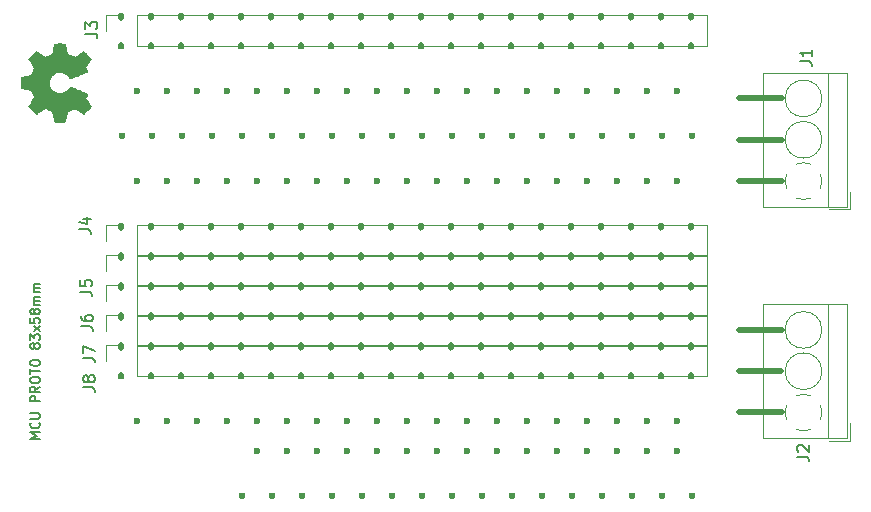
<source format=gbr>
G04 #@! TF.GenerationSoftware,KiCad,Pcbnew,5.1.5+dfsg1-2build2*
G04 #@! TF.CreationDate,2022-02-14T22:52:47-05:00*
G04 #@! TF.ProjectId,MCU_PROTO_83x58mm,4d43555f-5052-44f5-944f-5f3833783538,rev?*
G04 #@! TF.SameCoordinates,Original*
G04 #@! TF.FileFunction,Legend,Top*
G04 #@! TF.FilePolarity,Positive*
%FSLAX46Y46*%
G04 Gerber Fmt 4.6, Leading zero omitted, Abs format (unit mm)*
G04 Created by KiCad (PCBNEW 5.1.5+dfsg1-2build2) date 2022-02-14 22:52:47*
%MOMM*%
%LPD*%
G04 APERTURE LIST*
%ADD10C,0.500000*%
%ADD11C,0.150000*%
%ADD12C,0.120000*%
%ADD13C,0.010000*%
%ADD14C,3.102000*%
%ADD15C,2.102000*%
%ADD16O,1.802000X1.802000*%
%ADD17R,1.802000X1.802000*%
%ADD18C,2.100980*%
%ADD19C,2.502000*%
%ADD20R,2.502000X2.502000*%
G04 APERTURE END LIST*
D10*
X156349700Y-110528100D02*
X156133800Y-110528100D01*
X153809700Y-110528100D02*
X153593800Y-110528100D01*
X151269700Y-110528100D02*
X151053800Y-110528100D01*
X148729700Y-110528100D02*
X148513800Y-110528100D01*
X146189700Y-110528100D02*
X145973800Y-110528100D01*
X143649700Y-110528100D02*
X143433800Y-110528100D01*
X141109700Y-110528100D02*
X140893800Y-110528100D01*
X138569700Y-110528100D02*
X138353800Y-110528100D01*
X136029700Y-110528100D02*
X135813800Y-110528100D01*
X133489700Y-110528100D02*
X133273800Y-110528100D01*
X130949700Y-110528100D02*
X130733800Y-110528100D01*
X128409700Y-110528100D02*
X128193800Y-110528100D01*
X125869700Y-110528100D02*
X125653800Y-110528100D01*
X123329700Y-110528100D02*
X123113800Y-110528100D01*
X120789700Y-110528100D02*
X120573800Y-110528100D01*
X118249700Y-110528100D02*
X118033800Y-110528100D01*
X115709700Y-110528100D02*
X115493800Y-110528100D01*
X113169700Y-110528100D02*
X112953800Y-110528100D01*
X110629700Y-110528100D02*
X110413800Y-110528100D01*
X156349700Y-118148100D02*
X156133800Y-118148100D01*
X153809700Y-118148100D02*
X153593800Y-118148100D01*
X151269700Y-118148100D02*
X151053800Y-118148100D01*
X148729700Y-118148100D02*
X148513800Y-118148100D01*
X146189700Y-118148100D02*
X145973800Y-118148100D01*
X143649700Y-118148100D02*
X143433800Y-118148100D01*
X141109700Y-118148100D02*
X140893800Y-118148100D01*
X138569700Y-118148100D02*
X138353800Y-118148100D01*
X136029700Y-118148100D02*
X135813800Y-118148100D01*
X133489700Y-118148100D02*
X133273800Y-118148100D01*
X130949700Y-118148100D02*
X130733800Y-118148100D01*
X128409700Y-118148100D02*
X128193800Y-118148100D01*
X125869700Y-118148100D02*
X125653800Y-118148100D01*
X123329700Y-118148100D02*
X123113800Y-118148100D01*
X120789700Y-118148100D02*
X120573800Y-118148100D01*
X118249700Y-118148100D02*
X118033800Y-118148100D01*
X115709700Y-118148100D02*
X115493800Y-118148100D01*
X113169700Y-118148100D02*
X112953800Y-118148100D01*
X110629700Y-118148100D02*
X110413800Y-118148100D01*
X156349700Y-138480800D02*
X156133800Y-138480800D01*
X153809700Y-138480800D02*
X153593800Y-138480800D01*
X151269700Y-138480800D02*
X151053800Y-138480800D01*
X148729700Y-138480800D02*
X148513800Y-138480800D01*
X146189700Y-138480800D02*
X145973800Y-138480800D01*
X143649700Y-138480800D02*
X143433800Y-138480800D01*
X141109700Y-138480800D02*
X140893800Y-138480800D01*
X138569700Y-138480800D02*
X138353800Y-138480800D01*
X136029700Y-138480800D02*
X135813800Y-138480800D01*
X133489700Y-138480800D02*
X133273800Y-138480800D01*
X130949700Y-138480800D02*
X130733800Y-138480800D01*
X128409700Y-138480800D02*
X128193800Y-138480800D01*
X125869700Y-138480800D02*
X125653800Y-138480800D01*
X123329700Y-138480800D02*
X123113800Y-138480800D01*
X120789700Y-138480800D02*
X120573800Y-138480800D01*
X118249700Y-138480800D02*
X118033800Y-138480800D01*
X115709700Y-138480800D02*
X115493800Y-138480800D01*
X113169700Y-138480800D02*
X112953800Y-138480800D01*
X110629700Y-138480800D02*
X110413800Y-138480800D01*
X156349700Y-141008100D02*
X156133800Y-141008100D01*
X153809700Y-141008100D02*
X153593800Y-141008100D01*
X151269700Y-141008100D02*
X151053800Y-141008100D01*
X148729700Y-141008100D02*
X148513800Y-141008100D01*
X146189700Y-141008100D02*
X145973800Y-141008100D01*
X143649700Y-141008100D02*
X143433800Y-141008100D01*
X141109700Y-141008100D02*
X140893800Y-141008100D01*
X138569700Y-141008100D02*
X138353800Y-141008100D01*
X136029700Y-141008100D02*
X135813800Y-141008100D01*
X133489700Y-141008100D02*
X133273800Y-141008100D01*
X130949700Y-141008100D02*
X130733800Y-141008100D01*
X128409700Y-141008100D02*
X128193800Y-141008100D01*
X125869700Y-141008100D02*
X125653800Y-141008100D01*
X123329700Y-141008100D02*
X123113800Y-141008100D01*
X120789700Y-141008100D02*
X120573800Y-141008100D01*
X157518100Y-144716500D02*
X157518100Y-144932400D01*
X154978100Y-144716500D02*
X154978100Y-144932400D01*
X152438100Y-144716500D02*
X152438100Y-144932400D01*
X149898100Y-144716500D02*
X149898100Y-144932400D01*
X147358100Y-144716500D02*
X147358100Y-144932400D01*
X144818100Y-144716500D02*
X144818100Y-144932400D01*
X142278100Y-144716500D02*
X142278100Y-144932400D01*
X139738100Y-144716500D02*
X139738100Y-144932400D01*
X137198100Y-144716500D02*
X137198100Y-144932400D01*
X134658100Y-144716500D02*
X134658100Y-144932400D01*
X132118100Y-144716500D02*
X132118100Y-144932400D01*
X129578100Y-144716500D02*
X129578100Y-144932400D01*
X127038100Y-144716500D02*
X127038100Y-144932400D01*
X124498100Y-144716500D02*
X124498100Y-144932400D01*
X121958100Y-144716500D02*
X121958100Y-144932400D01*
X119418100Y-144716500D02*
X119418100Y-144932400D01*
X157505400Y-134620000D02*
X157505400Y-134835900D01*
X154965400Y-134620000D02*
X154965400Y-134835900D01*
X152425400Y-134620000D02*
X152425400Y-134835900D01*
X149885400Y-134620000D02*
X149885400Y-134835900D01*
X147345400Y-134620000D02*
X147345400Y-134835900D01*
X144805400Y-134620000D02*
X144805400Y-134835900D01*
X142265400Y-134620000D02*
X142265400Y-134835900D01*
X139725400Y-134620000D02*
X139725400Y-134835900D01*
X137185400Y-134620000D02*
X137185400Y-134835900D01*
X134645400Y-134620000D02*
X134645400Y-134835900D01*
X132105400Y-134620000D02*
X132105400Y-134835900D01*
X129565400Y-134620000D02*
X129565400Y-134835900D01*
X127025400Y-134620000D02*
X127025400Y-134835900D01*
X124485400Y-134620000D02*
X124485400Y-134835900D01*
X121945400Y-134620000D02*
X121945400Y-134835900D01*
X119405400Y-134620000D02*
X119405400Y-134835900D01*
X116865400Y-134620000D02*
X116865400Y-134835900D01*
X114325400Y-134620000D02*
X114325400Y-134835900D01*
X111785400Y-134620000D02*
X111785400Y-134835900D01*
X109245400Y-134620000D02*
X109245400Y-134835900D01*
X157505400Y-132080000D02*
X157505400Y-132295900D01*
X154965400Y-132080000D02*
X154965400Y-132295900D01*
X152425400Y-132080000D02*
X152425400Y-132295900D01*
X149885400Y-132080000D02*
X149885400Y-132295900D01*
X147345400Y-132080000D02*
X147345400Y-132295900D01*
X144805400Y-132080000D02*
X144805400Y-132295900D01*
X142265400Y-132080000D02*
X142265400Y-132295900D01*
X139725400Y-132080000D02*
X139725400Y-132295900D01*
X137185400Y-132080000D02*
X137185400Y-132295900D01*
X134645400Y-132080000D02*
X134645400Y-132295900D01*
X132105400Y-132080000D02*
X132105400Y-132295900D01*
X129565400Y-132080000D02*
X129565400Y-132295900D01*
X127025400Y-132080000D02*
X127025400Y-132295900D01*
X124485400Y-132080000D02*
X124485400Y-132295900D01*
X121945400Y-132080000D02*
X121945400Y-132295900D01*
X119405400Y-132080000D02*
X119405400Y-132295900D01*
X116865400Y-132080000D02*
X116865400Y-132295900D01*
X114325400Y-132080000D02*
X114325400Y-132295900D01*
X111785400Y-132080000D02*
X111785400Y-132295900D01*
X109245400Y-132080000D02*
X109245400Y-132295900D01*
X157505400Y-129540000D02*
X157505400Y-129755900D01*
X154965400Y-129540000D02*
X154965400Y-129755900D01*
X152425400Y-129540000D02*
X152425400Y-129755900D01*
X149885400Y-129540000D02*
X149885400Y-129755900D01*
X147345400Y-129540000D02*
X147345400Y-129755900D01*
X144805400Y-129540000D02*
X144805400Y-129755900D01*
X142265400Y-129540000D02*
X142265400Y-129755900D01*
X139725400Y-129540000D02*
X139725400Y-129755900D01*
X137185400Y-129540000D02*
X137185400Y-129755900D01*
X134645400Y-129540000D02*
X134645400Y-129755900D01*
X132105400Y-129540000D02*
X132105400Y-129755900D01*
X129565400Y-129540000D02*
X129565400Y-129755900D01*
X127025400Y-129540000D02*
X127025400Y-129755900D01*
X124485400Y-129540000D02*
X124485400Y-129755900D01*
X121945400Y-129540000D02*
X121945400Y-129755900D01*
X119405400Y-129540000D02*
X119405400Y-129755900D01*
X116865400Y-129540000D02*
X116865400Y-129755900D01*
X114325400Y-129540000D02*
X114325400Y-129755900D01*
X111785400Y-129540000D02*
X111785400Y-129755900D01*
X109245400Y-129540000D02*
X109245400Y-129755900D01*
X157505400Y-127000000D02*
X157505400Y-127215900D01*
X154965400Y-127000000D02*
X154965400Y-127215900D01*
X152425400Y-127000000D02*
X152425400Y-127215900D01*
X149885400Y-127000000D02*
X149885400Y-127215900D01*
X147345400Y-127000000D02*
X147345400Y-127215900D01*
X144805400Y-127000000D02*
X144805400Y-127215900D01*
X142265400Y-127000000D02*
X142265400Y-127215900D01*
X139725400Y-127000000D02*
X139725400Y-127215900D01*
X137185400Y-127000000D02*
X137185400Y-127215900D01*
X134645400Y-127000000D02*
X134645400Y-127215900D01*
X132105400Y-127000000D02*
X132105400Y-127215900D01*
X129565400Y-127000000D02*
X129565400Y-127215900D01*
X127025400Y-127000000D02*
X127025400Y-127215900D01*
X124485400Y-127000000D02*
X124485400Y-127215900D01*
X121945400Y-127000000D02*
X121945400Y-127215900D01*
X119405400Y-127000000D02*
X119405400Y-127215900D01*
X116865400Y-127000000D02*
X116865400Y-127215900D01*
X114325400Y-127000000D02*
X114325400Y-127215900D01*
X111785400Y-127000000D02*
X111785400Y-127215900D01*
X109245400Y-127000000D02*
X109245400Y-127215900D01*
X157505400Y-124460000D02*
X157505400Y-124675900D01*
X154965400Y-124460000D02*
X154965400Y-124675900D01*
X152425400Y-124460000D02*
X152425400Y-124675900D01*
X149885400Y-124460000D02*
X149885400Y-124675900D01*
X147345400Y-124460000D02*
X147345400Y-124675900D01*
X144805400Y-124460000D02*
X144805400Y-124675900D01*
X142265400Y-124460000D02*
X142265400Y-124675900D01*
X139725400Y-124460000D02*
X139725400Y-124675900D01*
X137185400Y-124460000D02*
X137185400Y-124675900D01*
X134645400Y-124460000D02*
X134645400Y-124675900D01*
X132105400Y-124460000D02*
X132105400Y-124675900D01*
X129565400Y-124460000D02*
X129565400Y-124675900D01*
X127025400Y-124460000D02*
X127025400Y-124675900D01*
X124485400Y-124460000D02*
X124485400Y-124675900D01*
X121945400Y-124460000D02*
X121945400Y-124675900D01*
X119405400Y-124460000D02*
X119405400Y-124675900D01*
X116865400Y-124460000D02*
X116865400Y-124675900D01*
X114325400Y-124460000D02*
X114325400Y-124675900D01*
X111785400Y-124460000D02*
X111785400Y-124675900D01*
X109245400Y-124460000D02*
X109245400Y-124675900D01*
X157505400Y-121920000D02*
X157505400Y-122135900D01*
X154965400Y-121920000D02*
X154965400Y-122135900D01*
X152425400Y-121920000D02*
X152425400Y-122135900D01*
X149885400Y-121920000D02*
X149885400Y-122135900D01*
X147345400Y-121920000D02*
X147345400Y-122135900D01*
X144805400Y-121920000D02*
X144805400Y-122135900D01*
X142265400Y-121920000D02*
X142265400Y-122135900D01*
X139725400Y-121920000D02*
X139725400Y-122135900D01*
X137185400Y-121920000D02*
X137185400Y-122135900D01*
X134645400Y-121920000D02*
X134645400Y-122135900D01*
X132105400Y-121920000D02*
X132105400Y-122135900D01*
X129565400Y-121920000D02*
X129565400Y-122135900D01*
X127025400Y-121920000D02*
X127025400Y-122135900D01*
X124485400Y-121920000D02*
X124485400Y-122135900D01*
X121945400Y-121920000D02*
X121945400Y-122135900D01*
X119405400Y-121920000D02*
X119405400Y-122135900D01*
X116865400Y-121920000D02*
X116865400Y-122135900D01*
X114325400Y-121920000D02*
X114325400Y-122135900D01*
X111785400Y-121920000D02*
X111785400Y-122135900D01*
X109245400Y-121920000D02*
X109245400Y-122135900D01*
X157518100Y-114236500D02*
X157518100Y-114452400D01*
X154978100Y-114236500D02*
X154978100Y-114452400D01*
X152438100Y-114236500D02*
X152438100Y-114452400D01*
X149898100Y-114236500D02*
X149898100Y-114452400D01*
X147358100Y-114236500D02*
X147358100Y-114452400D01*
X144818100Y-114236500D02*
X144818100Y-114452400D01*
X142278100Y-114236500D02*
X142278100Y-114452400D01*
X139738100Y-114236500D02*
X139738100Y-114452400D01*
X137198100Y-114236500D02*
X137198100Y-114452400D01*
X134658100Y-114236500D02*
X134658100Y-114452400D01*
X132118100Y-114236500D02*
X132118100Y-114452400D01*
X129578100Y-114236500D02*
X129578100Y-114452400D01*
X127038100Y-114236500D02*
X127038100Y-114452400D01*
X124498100Y-114236500D02*
X124498100Y-114452400D01*
X121958100Y-114236500D02*
X121958100Y-114452400D01*
X119418100Y-114236500D02*
X119418100Y-114452400D01*
X116878100Y-114236500D02*
X116878100Y-114452400D01*
X114338100Y-114236500D02*
X114338100Y-114452400D01*
X111798100Y-114236500D02*
X111798100Y-114452400D01*
X109258100Y-114236500D02*
X109258100Y-114452400D01*
X157505400Y-106692700D02*
X157505400Y-106908600D01*
X154965400Y-106692700D02*
X154965400Y-106908600D01*
X152425400Y-106692700D02*
X152425400Y-106908600D01*
X149885400Y-106692700D02*
X149885400Y-106908600D01*
X147345400Y-106692700D02*
X147345400Y-106908600D01*
X144805400Y-106692700D02*
X144805400Y-106908600D01*
X142265400Y-106692700D02*
X142265400Y-106908600D01*
X139725400Y-106692700D02*
X139725400Y-106908600D01*
X137185400Y-106692700D02*
X137185400Y-106908600D01*
X134645400Y-106692700D02*
X134645400Y-106908600D01*
X132105400Y-106692700D02*
X132105400Y-106908600D01*
X129565400Y-106692700D02*
X129565400Y-106908600D01*
X127025400Y-106692700D02*
X127025400Y-106908600D01*
X124485400Y-106692700D02*
X124485400Y-106908600D01*
X121945400Y-106692700D02*
X121945400Y-106908600D01*
X119405400Y-106692700D02*
X119405400Y-106908600D01*
X116865400Y-106692700D02*
X116865400Y-106908600D01*
X114325400Y-106692700D02*
X114325400Y-106908600D01*
X111785400Y-106692700D02*
X111785400Y-106908600D01*
X109245400Y-106692700D02*
X109245400Y-106908600D01*
X157505400Y-104152700D02*
X157505400Y-104368600D01*
X154965400Y-104152700D02*
X154965400Y-104368600D01*
X152425400Y-104152700D02*
X152425400Y-104368600D01*
X149885400Y-104152700D02*
X149885400Y-104368600D01*
X147345400Y-104152700D02*
X147345400Y-104368600D01*
X144805400Y-104152700D02*
X144805400Y-104368600D01*
X142265400Y-104152700D02*
X142265400Y-104368600D01*
X139725400Y-104152700D02*
X139725400Y-104368600D01*
X137185400Y-104152700D02*
X137185400Y-104368600D01*
X134645400Y-104152700D02*
X134645400Y-104368600D01*
X132105400Y-104152700D02*
X132105400Y-104368600D01*
X129565400Y-104152700D02*
X129565400Y-104368600D01*
X127025400Y-104152700D02*
X127025400Y-104368600D01*
X124485400Y-104152700D02*
X124485400Y-104368600D01*
X121945400Y-104152700D02*
X121945400Y-104368600D01*
X119405400Y-104152700D02*
X119405400Y-104368600D01*
X116865400Y-104152700D02*
X116865400Y-104368600D01*
X114325400Y-104152700D02*
X114325400Y-104368600D01*
X111785400Y-104152700D02*
X111785400Y-104368600D01*
X109245400Y-104152700D02*
X109245400Y-104368600D01*
D11*
X102341004Y-140016680D02*
X101541004Y-140016680D01*
X102112433Y-139750014D01*
X101541004Y-139483347D01*
X102341004Y-139483347D01*
X102264814Y-138645252D02*
X102302909Y-138683347D01*
X102341004Y-138797633D01*
X102341004Y-138873823D01*
X102302909Y-138988109D01*
X102226719Y-139064300D01*
X102150528Y-139102395D01*
X101998147Y-139140490D01*
X101883861Y-139140490D01*
X101731480Y-139102395D01*
X101655290Y-139064300D01*
X101579100Y-138988109D01*
X101541004Y-138873823D01*
X101541004Y-138797633D01*
X101579100Y-138683347D01*
X101617195Y-138645252D01*
X101541004Y-138302395D02*
X102188623Y-138302395D01*
X102264814Y-138264300D01*
X102302909Y-138226204D01*
X102341004Y-138150014D01*
X102341004Y-137997633D01*
X102302909Y-137921442D01*
X102264814Y-137883347D01*
X102188623Y-137845252D01*
X101541004Y-137845252D01*
X102341004Y-136854776D02*
X101541004Y-136854776D01*
X101541004Y-136550014D01*
X101579100Y-136473823D01*
X101617195Y-136435728D01*
X101693385Y-136397633D01*
X101807671Y-136397633D01*
X101883861Y-136435728D01*
X101921957Y-136473823D01*
X101960052Y-136550014D01*
X101960052Y-136854776D01*
X102341004Y-135597633D02*
X101960052Y-135864300D01*
X102341004Y-136054776D02*
X101541004Y-136054776D01*
X101541004Y-135750014D01*
X101579100Y-135673823D01*
X101617195Y-135635728D01*
X101693385Y-135597633D01*
X101807671Y-135597633D01*
X101883861Y-135635728D01*
X101921957Y-135673823D01*
X101960052Y-135750014D01*
X101960052Y-136054776D01*
X101541004Y-135102395D02*
X101541004Y-134950014D01*
X101579100Y-134873823D01*
X101655290Y-134797633D01*
X101807671Y-134759538D01*
X102074338Y-134759538D01*
X102226719Y-134797633D01*
X102302909Y-134873823D01*
X102341004Y-134950014D01*
X102341004Y-135102395D01*
X102302909Y-135178585D01*
X102226719Y-135254776D01*
X102074338Y-135292871D01*
X101807671Y-135292871D01*
X101655290Y-135254776D01*
X101579100Y-135178585D01*
X101541004Y-135102395D01*
X101541004Y-134530966D02*
X101541004Y-134073823D01*
X102341004Y-134302395D02*
X101541004Y-134302395D01*
X101541004Y-133654776D02*
X101541004Y-133502395D01*
X101579100Y-133426204D01*
X101655290Y-133350014D01*
X101807671Y-133311919D01*
X102074338Y-133311919D01*
X102226719Y-133350014D01*
X102302909Y-133426204D01*
X102341004Y-133502395D01*
X102341004Y-133654776D01*
X102302909Y-133730966D01*
X102226719Y-133807157D01*
X102074338Y-133845252D01*
X101807671Y-133845252D01*
X101655290Y-133807157D01*
X101579100Y-133730966D01*
X101541004Y-133654776D01*
X101883861Y-132245252D02*
X101845766Y-132321442D01*
X101807671Y-132359538D01*
X101731480Y-132397633D01*
X101693385Y-132397633D01*
X101617195Y-132359538D01*
X101579100Y-132321442D01*
X101541004Y-132245252D01*
X101541004Y-132092871D01*
X101579100Y-132016680D01*
X101617195Y-131978585D01*
X101693385Y-131940490D01*
X101731480Y-131940490D01*
X101807671Y-131978585D01*
X101845766Y-132016680D01*
X101883861Y-132092871D01*
X101883861Y-132245252D01*
X101921957Y-132321442D01*
X101960052Y-132359538D01*
X102036242Y-132397633D01*
X102188623Y-132397633D01*
X102264814Y-132359538D01*
X102302909Y-132321442D01*
X102341004Y-132245252D01*
X102341004Y-132092871D01*
X102302909Y-132016680D01*
X102264814Y-131978585D01*
X102188623Y-131940490D01*
X102036242Y-131940490D01*
X101960052Y-131978585D01*
X101921957Y-132016680D01*
X101883861Y-132092871D01*
X101541004Y-131673823D02*
X101541004Y-131178585D01*
X101845766Y-131445252D01*
X101845766Y-131330966D01*
X101883861Y-131254776D01*
X101921957Y-131216680D01*
X101998147Y-131178585D01*
X102188623Y-131178585D01*
X102264814Y-131216680D01*
X102302909Y-131254776D01*
X102341004Y-131330966D01*
X102341004Y-131559538D01*
X102302909Y-131635728D01*
X102264814Y-131673823D01*
X102341004Y-130911919D02*
X101807671Y-130492871D01*
X101807671Y-130911919D02*
X102341004Y-130492871D01*
X101541004Y-129807157D02*
X101541004Y-130188109D01*
X101921957Y-130226204D01*
X101883861Y-130188109D01*
X101845766Y-130111919D01*
X101845766Y-129921442D01*
X101883861Y-129845252D01*
X101921957Y-129807157D01*
X101998147Y-129769061D01*
X102188623Y-129769061D01*
X102264814Y-129807157D01*
X102302909Y-129845252D01*
X102341004Y-129921442D01*
X102341004Y-130111919D01*
X102302909Y-130188109D01*
X102264814Y-130226204D01*
X101883861Y-129311919D02*
X101845766Y-129388109D01*
X101807671Y-129426204D01*
X101731480Y-129464300D01*
X101693385Y-129464300D01*
X101617195Y-129426204D01*
X101579100Y-129388109D01*
X101541004Y-129311919D01*
X101541004Y-129159538D01*
X101579100Y-129083347D01*
X101617195Y-129045252D01*
X101693385Y-129007157D01*
X101731480Y-129007157D01*
X101807671Y-129045252D01*
X101845766Y-129083347D01*
X101883861Y-129159538D01*
X101883861Y-129311919D01*
X101921957Y-129388109D01*
X101960052Y-129426204D01*
X102036242Y-129464300D01*
X102188623Y-129464300D01*
X102264814Y-129426204D01*
X102302909Y-129388109D01*
X102341004Y-129311919D01*
X102341004Y-129159538D01*
X102302909Y-129083347D01*
X102264814Y-129045252D01*
X102188623Y-129007157D01*
X102036242Y-129007157D01*
X101960052Y-129045252D01*
X101921957Y-129083347D01*
X101883861Y-129159538D01*
X102341004Y-128664300D02*
X101807671Y-128664300D01*
X101883861Y-128664300D02*
X101845766Y-128626204D01*
X101807671Y-128550014D01*
X101807671Y-128435728D01*
X101845766Y-128359538D01*
X101921957Y-128321442D01*
X102341004Y-128321442D01*
X101921957Y-128321442D02*
X101845766Y-128283347D01*
X101807671Y-128207157D01*
X101807671Y-128092871D01*
X101845766Y-128016680D01*
X101921957Y-127978585D01*
X102341004Y-127978585D01*
X102341004Y-127597633D02*
X101807671Y-127597633D01*
X101883861Y-127597633D02*
X101845766Y-127559538D01*
X101807671Y-127483347D01*
X101807671Y-127369061D01*
X101845766Y-127292871D01*
X101921957Y-127254776D01*
X102341004Y-127254776D01*
X101921957Y-127254776D02*
X101845766Y-127216680D01*
X101807671Y-127140490D01*
X101807671Y-127026204D01*
X101845766Y-126950014D01*
X101921957Y-126911919D01*
X102341004Y-126911919D01*
D10*
X165150800Y-137782300D02*
X161531300Y-137782300D01*
X165125400Y-134289800D02*
X161505900Y-134289800D01*
X165150800Y-130810000D02*
X161531300Y-130810000D01*
X165150800Y-118198900D02*
X161531300Y-118198900D01*
X165150800Y-114693700D02*
X161531300Y-114693700D01*
X165138100Y-111201200D02*
X161518600Y-111201200D01*
D12*
X107930000Y-133390000D02*
X107930000Y-132060000D01*
X107930000Y-132060000D02*
X109260000Y-132060000D01*
X110530000Y-132060000D02*
X158850000Y-132060000D01*
X158850000Y-134720000D02*
X158850000Y-132060000D01*
X110530000Y-134720000D02*
X158850000Y-134720000D01*
X110530000Y-134720000D02*
X110530000Y-132060000D01*
X107930000Y-130850000D02*
X107930000Y-129520000D01*
X107930000Y-129520000D02*
X109260000Y-129520000D01*
X110530000Y-129520000D02*
X158850000Y-129520000D01*
X158850000Y-132180000D02*
X158850000Y-129520000D01*
X110530000Y-132180000D02*
X158850000Y-132180000D01*
X110530000Y-132180000D02*
X110530000Y-129520000D01*
X107930000Y-128310000D02*
X107930000Y-126980000D01*
X107930000Y-126980000D02*
X109260000Y-126980000D01*
X110530000Y-126980000D02*
X158850000Y-126980000D01*
X158850000Y-129640000D02*
X158850000Y-126980000D01*
X110530000Y-129640000D02*
X158850000Y-129640000D01*
X110530000Y-129640000D02*
X110530000Y-126980000D01*
X107930000Y-123230000D02*
X107930000Y-121900000D01*
X107930000Y-121900000D02*
X109260000Y-121900000D01*
X110530000Y-121900000D02*
X158850000Y-121900000D01*
X158850000Y-124560000D02*
X158850000Y-121900000D01*
X110530000Y-124560000D02*
X158850000Y-124560000D01*
X110530000Y-124560000D02*
X110530000Y-121900000D01*
X107930000Y-105450000D02*
X107930000Y-104120000D01*
X107930000Y-104120000D02*
X109260000Y-104120000D01*
X110530000Y-104120000D02*
X158850000Y-104120000D01*
X158850000Y-106780000D02*
X158850000Y-104120000D01*
X110530000Y-106780000D02*
X158850000Y-106780000D01*
X110530000Y-106780000D02*
X110530000Y-104120000D01*
X107930000Y-125770000D02*
X107930000Y-124440000D01*
X107930000Y-124440000D02*
X109260000Y-124440000D01*
X110530000Y-124440000D02*
X158850000Y-124440000D01*
X158850000Y-127100000D02*
X158850000Y-124440000D01*
X110530000Y-127100000D02*
X158850000Y-127100000D01*
X110530000Y-127100000D02*
X110530000Y-124440000D01*
X170900000Y-120600000D02*
X170900000Y-119100000D01*
X169160000Y-120600000D02*
X170900000Y-120600000D01*
X163540000Y-109040000D02*
X170660000Y-109040000D01*
X163540000Y-120360000D02*
X170660000Y-120360000D01*
X170660000Y-120360000D02*
X170660000Y-109040000D01*
X163540000Y-120360000D02*
X163540000Y-109040000D01*
X169100000Y-120360000D02*
X169100000Y-109040000D01*
X168555000Y-111200000D02*
G75*
G03X168555000Y-111200000I-1555000J0D01*
G01*
X168555000Y-114700000D02*
G75*
G03X168555000Y-114700000I-1555000J0D01*
G01*
X168555492Y-118172989D02*
G75*
G02X168432000Y-118808000I-1555492J-27011D01*
G01*
X167607742Y-119632109D02*
G75*
G02X166392000Y-119632000I-607742J1432109D01*
G01*
X165567891Y-118807742D02*
G75*
G02X165568000Y-117592000I1432109J607742D01*
G01*
X166392258Y-116767891D02*
G75*
G02X167608000Y-116768000I607742J-1432109D01*
G01*
X168431385Y-117592413D02*
G75*
G02X168555000Y-118200000I-1431385J-607587D01*
G01*
X170900000Y-140200000D02*
X170900000Y-138700000D01*
X169160000Y-140200000D02*
X170900000Y-140200000D01*
X163540000Y-128640000D02*
X170660000Y-128640000D01*
X163540000Y-139960000D02*
X170660000Y-139960000D01*
X170660000Y-139960000D02*
X170660000Y-128640000D01*
X163540000Y-139960000D02*
X163540000Y-128640000D01*
X169100000Y-139960000D02*
X169100000Y-128640000D01*
X168555000Y-130800000D02*
G75*
G03X168555000Y-130800000I-1555000J0D01*
G01*
X168555000Y-134300000D02*
G75*
G03X168555000Y-134300000I-1555000J0D01*
G01*
X168555492Y-137772989D02*
G75*
G02X168432000Y-138408000I-1555492J-27011D01*
G01*
X167607742Y-139232109D02*
G75*
G02X166392000Y-139232000I-607742J1432109D01*
G01*
X165567891Y-138407742D02*
G75*
G02X165568000Y-137192000I1432109J607742D01*
G01*
X166392258Y-136367891D02*
G75*
G02X167608000Y-136368000I607742J-1432109D01*
G01*
X168431385Y-137192413D02*
G75*
G02X168555000Y-137800000I-1431385J-607587D01*
G01*
D13*
G36*
X101177131Y-109311886D02*
G01*
X101621755Y-109228065D01*
X101749253Y-108918780D01*
X101876751Y-108609494D01*
X101624446Y-108238454D01*
X101554196Y-108134543D01*
X101491472Y-108040613D01*
X101439138Y-107961048D01*
X101400057Y-107900230D01*
X101377093Y-107862543D01*
X101372142Y-107852279D01*
X101384876Y-107833790D01*
X101420082Y-107794280D01*
X101473262Y-107738178D01*
X101539918Y-107669913D01*
X101615554Y-107593914D01*
X101695672Y-107514608D01*
X101775774Y-107436425D01*
X101851364Y-107363793D01*
X101917945Y-107301141D01*
X101971018Y-107252897D01*
X102006087Y-107223490D01*
X102017823Y-107216459D01*
X102039460Y-107226577D01*
X102086862Y-107254941D01*
X102155393Y-107298571D01*
X102240415Y-107354482D01*
X102337293Y-107419694D01*
X102392550Y-107457481D01*
X102493448Y-107526357D01*
X102584499Y-107587560D01*
X102661170Y-107638122D01*
X102718928Y-107675072D01*
X102753243Y-107695442D01*
X102760454Y-107698503D01*
X102780948Y-107691564D01*
X102828713Y-107672649D01*
X102897032Y-107644613D01*
X102979189Y-107610309D01*
X103068470Y-107572591D01*
X103158158Y-107534313D01*
X103241538Y-107498330D01*
X103311894Y-107467494D01*
X103362510Y-107444661D01*
X103386671Y-107432683D01*
X103387622Y-107431976D01*
X103392236Y-107413169D01*
X103402528Y-107363082D01*
X103417487Y-107286907D01*
X103436101Y-107189835D01*
X103457359Y-107077057D01*
X103469618Y-107011258D01*
X103492562Y-106890750D01*
X103514395Y-106781903D01*
X103533922Y-106690224D01*
X103549948Y-106621219D01*
X103561279Y-106580396D01*
X103564874Y-106572189D01*
X103589206Y-106564152D01*
X103644159Y-106557667D01*
X103723308Y-106552730D01*
X103820226Y-106549336D01*
X103928487Y-106547482D01*
X104041665Y-106547162D01*
X104153335Y-106548373D01*
X104257068Y-106551110D01*
X104346441Y-106555369D01*
X104415026Y-106561145D01*
X104456397Y-106568433D01*
X104465010Y-106572805D01*
X104475333Y-106598936D01*
X104490092Y-106654307D01*
X104507552Y-106731593D01*
X104525980Y-106823470D01*
X104531941Y-106855542D01*
X104560266Y-107010176D01*
X104583076Y-107132325D01*
X104601280Y-107226027D01*
X104615783Y-107295316D01*
X104627492Y-107344229D01*
X104637315Y-107376803D01*
X104646156Y-107397072D01*
X104654924Y-107409074D01*
X104656657Y-107410753D01*
X104684571Y-107427516D01*
X104738895Y-107453086D01*
X104812977Y-107484912D01*
X104900165Y-107520440D01*
X104993808Y-107557117D01*
X105087252Y-107592389D01*
X105173847Y-107623704D01*
X105246940Y-107648507D01*
X105299878Y-107664246D01*
X105326011Y-107668368D01*
X105326926Y-107668024D01*
X105348286Y-107654059D01*
X105395284Y-107622378D01*
X105463027Y-107576309D01*
X105546623Y-107519182D01*
X105641182Y-107454327D01*
X105668054Y-107435857D01*
X105765475Y-107370001D01*
X105854363Y-107312050D01*
X105929612Y-107265162D01*
X105986120Y-107232493D01*
X106018781Y-107217200D01*
X106022793Y-107216459D01*
X106043884Y-107229308D01*
X106085664Y-107264812D01*
X106143645Y-107318407D01*
X106213335Y-107385529D01*
X106290245Y-107461613D01*
X106369883Y-107542096D01*
X106447761Y-107622413D01*
X106519386Y-107698001D01*
X106580270Y-107764295D01*
X106625921Y-107816731D01*
X106651850Y-107850745D01*
X106656083Y-107860155D01*
X106646112Y-107882057D01*
X106619220Y-107926900D01*
X106579936Y-107987379D01*
X106548317Y-108033911D01*
X106490298Y-108118225D01*
X106421984Y-108218074D01*
X106353779Y-108318227D01*
X106317275Y-108372073D01*
X106194000Y-108554329D01*
X106276720Y-108707319D01*
X106312959Y-108777018D01*
X106341126Y-108836286D01*
X106357191Y-108876389D01*
X106359426Y-108886597D01*
X106342922Y-108898871D01*
X106296282Y-108923087D01*
X106223809Y-108957437D01*
X106129806Y-109000112D01*
X106018574Y-109049306D01*
X105894415Y-109103210D01*
X105761632Y-109160016D01*
X105624527Y-109217918D01*
X105487402Y-109275107D01*
X105354558Y-109329776D01*
X105230298Y-109380116D01*
X105118925Y-109424320D01*
X105024739Y-109460581D01*
X104952044Y-109487091D01*
X104905141Y-109502042D01*
X104889033Y-109504446D01*
X104868486Y-109485389D01*
X104835133Y-109443664D01*
X104795902Y-109387994D01*
X104792799Y-109383322D01*
X104677623Y-109239436D01*
X104543253Y-109123417D01*
X104393984Y-109036270D01*
X104234113Y-108979001D01*
X104067937Y-108952614D01*
X103899752Y-108958115D01*
X103733855Y-108996510D01*
X103574542Y-109068805D01*
X103539687Y-109090074D01*
X103398937Y-109200704D01*
X103285914Y-109331398D01*
X103201203Y-109477636D01*
X103145394Y-109634892D01*
X103119074Y-109798643D01*
X103122830Y-109964367D01*
X103157250Y-110127538D01*
X103222923Y-110283635D01*
X103320435Y-110428133D01*
X103360013Y-110472831D01*
X103483903Y-110586588D01*
X103614324Y-110669482D01*
X103760515Y-110726344D01*
X103905288Y-110758013D01*
X104068060Y-110765831D01*
X104231640Y-110739762D01*
X104390498Y-110682455D01*
X104539106Y-110596556D01*
X104671935Y-110484714D01*
X104783456Y-110349577D01*
X104795211Y-110331817D01*
X104833708Y-110275550D01*
X104867063Y-110232777D01*
X104888360Y-110212328D01*
X104889033Y-110212031D01*
X104912071Y-110216421D01*
X104964357Y-110233824D01*
X105041590Y-110262432D01*
X105139468Y-110300435D01*
X105253691Y-110346026D01*
X105379958Y-110397397D01*
X105513967Y-110452738D01*
X105651418Y-110510242D01*
X105788008Y-110568099D01*
X105919437Y-110624502D01*
X106041405Y-110677642D01*
X106149609Y-110725710D01*
X106239749Y-110766899D01*
X106307523Y-110799399D01*
X106348630Y-110821403D01*
X106359426Y-110830264D01*
X106351019Y-110857340D01*
X106328472Y-110908003D01*
X106295813Y-110973517D01*
X106276720Y-111009541D01*
X106194000Y-111162532D01*
X106317275Y-111344788D01*
X106380428Y-111437825D01*
X106449927Y-111539685D01*
X106515365Y-111635138D01*
X106548317Y-111682950D01*
X106593473Y-111750195D01*
X106629257Y-111807136D01*
X106651138Y-111846346D01*
X106655763Y-111859081D01*
X106643285Y-111877617D01*
X106608452Y-111918641D01*
X106554878Y-111978175D01*
X106486183Y-112052242D01*
X106405981Y-112136865D01*
X106354486Y-112190385D01*
X106262486Y-112284019D01*
X106180199Y-112364941D01*
X106111145Y-112429877D01*
X106058844Y-112475558D01*
X106026816Y-112498711D01*
X106020316Y-112500932D01*
X105995594Y-112490624D01*
X105945605Y-112462139D01*
X105875412Y-112418637D01*
X105790075Y-112363277D01*
X105694656Y-112299220D01*
X105668054Y-112281003D01*
X105571367Y-112214627D01*
X105484317Y-112155078D01*
X105411795Y-112105684D01*
X105358693Y-112069775D01*
X105329903Y-112050681D01*
X105326926Y-112048836D01*
X105303982Y-112051595D01*
X105253536Y-112066238D01*
X105182241Y-112090213D01*
X105096747Y-112120966D01*
X105003707Y-112155944D01*
X104909774Y-112192593D01*
X104821599Y-112228361D01*
X104745834Y-112260694D01*
X104689131Y-112287038D01*
X104658143Y-112304842D01*
X104656657Y-112306107D01*
X104647801Y-112316994D01*
X104639043Y-112335382D01*
X104629477Y-112365306D01*
X104618196Y-112410803D01*
X104604293Y-112475909D01*
X104586863Y-112564661D01*
X104564998Y-112681093D01*
X104537791Y-112829242D01*
X104531941Y-112861318D01*
X104513574Y-112956386D01*
X104495605Y-113039265D01*
X104479769Y-113102630D01*
X104467800Y-113139158D01*
X104465010Y-113144056D01*
X104440272Y-113152127D01*
X104384990Y-113158687D01*
X104305589Y-113163733D01*
X104208496Y-113167259D01*
X104100138Y-113169261D01*
X103986940Y-113169736D01*
X103875328Y-113168677D01*
X103771729Y-113166082D01*
X103682568Y-113161946D01*
X103614272Y-113156263D01*
X103573266Y-113149031D01*
X103564874Y-113144671D01*
X103556408Y-113120398D01*
X103542635Y-113065126D01*
X103524750Y-112984362D01*
X103503948Y-112883612D01*
X103481423Y-112768383D01*
X103469618Y-112705602D01*
X103447351Y-112586487D01*
X103427179Y-112480265D01*
X103410115Y-112392127D01*
X103397169Y-112327266D01*
X103389355Y-112290874D01*
X103387622Y-112284884D01*
X103368090Y-112274761D01*
X103321043Y-112253362D01*
X103253203Y-112223539D01*
X103171291Y-112188145D01*
X103082028Y-112150032D01*
X102992135Y-112112053D01*
X102908335Y-112077060D01*
X102837347Y-112047906D01*
X102785894Y-112027443D01*
X102760697Y-112018523D01*
X102759596Y-112018357D01*
X102739719Y-112028469D01*
X102693977Y-112056817D01*
X102626917Y-112100423D01*
X102543084Y-112156306D01*
X102447026Y-112221487D01*
X102391850Y-112259379D01*
X102290681Y-112328425D01*
X102198830Y-112389750D01*
X102120944Y-112440363D01*
X102061669Y-112477271D01*
X102025651Y-112497482D01*
X102017577Y-112500401D01*
X101998784Y-112487853D01*
X101958657Y-112453163D01*
X101901693Y-112400763D01*
X101832385Y-112335084D01*
X101755231Y-112260556D01*
X101674725Y-112181613D01*
X101595363Y-112102683D01*
X101521640Y-112028200D01*
X101458052Y-111962594D01*
X101409094Y-111910296D01*
X101379261Y-111875739D01*
X101372142Y-111864178D01*
X101382153Y-111845354D01*
X101410278Y-111800331D01*
X101453654Y-111733487D01*
X101509418Y-111649199D01*
X101574706Y-111551844D01*
X101624446Y-111478407D01*
X101876751Y-111107367D01*
X101621755Y-110488795D01*
X101177131Y-110404975D01*
X100732507Y-110321154D01*
X100732507Y-109395706D01*
X101177131Y-109311886D01*
G37*
X101177131Y-109311886D02*
X101621755Y-109228065D01*
X101749253Y-108918780D01*
X101876751Y-108609494D01*
X101624446Y-108238454D01*
X101554196Y-108134543D01*
X101491472Y-108040613D01*
X101439138Y-107961048D01*
X101400057Y-107900230D01*
X101377093Y-107862543D01*
X101372142Y-107852279D01*
X101384876Y-107833790D01*
X101420082Y-107794280D01*
X101473262Y-107738178D01*
X101539918Y-107669913D01*
X101615554Y-107593914D01*
X101695672Y-107514608D01*
X101775774Y-107436425D01*
X101851364Y-107363793D01*
X101917945Y-107301141D01*
X101971018Y-107252897D01*
X102006087Y-107223490D01*
X102017823Y-107216459D01*
X102039460Y-107226577D01*
X102086862Y-107254941D01*
X102155393Y-107298571D01*
X102240415Y-107354482D01*
X102337293Y-107419694D01*
X102392550Y-107457481D01*
X102493448Y-107526357D01*
X102584499Y-107587560D01*
X102661170Y-107638122D01*
X102718928Y-107675072D01*
X102753243Y-107695442D01*
X102760454Y-107698503D01*
X102780948Y-107691564D01*
X102828713Y-107672649D01*
X102897032Y-107644613D01*
X102979189Y-107610309D01*
X103068470Y-107572591D01*
X103158158Y-107534313D01*
X103241538Y-107498330D01*
X103311894Y-107467494D01*
X103362510Y-107444661D01*
X103386671Y-107432683D01*
X103387622Y-107431976D01*
X103392236Y-107413169D01*
X103402528Y-107363082D01*
X103417487Y-107286907D01*
X103436101Y-107189835D01*
X103457359Y-107077057D01*
X103469618Y-107011258D01*
X103492562Y-106890750D01*
X103514395Y-106781903D01*
X103533922Y-106690224D01*
X103549948Y-106621219D01*
X103561279Y-106580396D01*
X103564874Y-106572189D01*
X103589206Y-106564152D01*
X103644159Y-106557667D01*
X103723308Y-106552730D01*
X103820226Y-106549336D01*
X103928487Y-106547482D01*
X104041665Y-106547162D01*
X104153335Y-106548373D01*
X104257068Y-106551110D01*
X104346441Y-106555369D01*
X104415026Y-106561145D01*
X104456397Y-106568433D01*
X104465010Y-106572805D01*
X104475333Y-106598936D01*
X104490092Y-106654307D01*
X104507552Y-106731593D01*
X104525980Y-106823470D01*
X104531941Y-106855542D01*
X104560266Y-107010176D01*
X104583076Y-107132325D01*
X104601280Y-107226027D01*
X104615783Y-107295316D01*
X104627492Y-107344229D01*
X104637315Y-107376803D01*
X104646156Y-107397072D01*
X104654924Y-107409074D01*
X104656657Y-107410753D01*
X104684571Y-107427516D01*
X104738895Y-107453086D01*
X104812977Y-107484912D01*
X104900165Y-107520440D01*
X104993808Y-107557117D01*
X105087252Y-107592389D01*
X105173847Y-107623704D01*
X105246940Y-107648507D01*
X105299878Y-107664246D01*
X105326011Y-107668368D01*
X105326926Y-107668024D01*
X105348286Y-107654059D01*
X105395284Y-107622378D01*
X105463027Y-107576309D01*
X105546623Y-107519182D01*
X105641182Y-107454327D01*
X105668054Y-107435857D01*
X105765475Y-107370001D01*
X105854363Y-107312050D01*
X105929612Y-107265162D01*
X105986120Y-107232493D01*
X106018781Y-107217200D01*
X106022793Y-107216459D01*
X106043884Y-107229308D01*
X106085664Y-107264812D01*
X106143645Y-107318407D01*
X106213335Y-107385529D01*
X106290245Y-107461613D01*
X106369883Y-107542096D01*
X106447761Y-107622413D01*
X106519386Y-107698001D01*
X106580270Y-107764295D01*
X106625921Y-107816731D01*
X106651850Y-107850745D01*
X106656083Y-107860155D01*
X106646112Y-107882057D01*
X106619220Y-107926900D01*
X106579936Y-107987379D01*
X106548317Y-108033911D01*
X106490298Y-108118225D01*
X106421984Y-108218074D01*
X106353779Y-108318227D01*
X106317275Y-108372073D01*
X106194000Y-108554329D01*
X106276720Y-108707319D01*
X106312959Y-108777018D01*
X106341126Y-108836286D01*
X106357191Y-108876389D01*
X106359426Y-108886597D01*
X106342922Y-108898871D01*
X106296282Y-108923087D01*
X106223809Y-108957437D01*
X106129806Y-109000112D01*
X106018574Y-109049306D01*
X105894415Y-109103210D01*
X105761632Y-109160016D01*
X105624527Y-109217918D01*
X105487402Y-109275107D01*
X105354558Y-109329776D01*
X105230298Y-109380116D01*
X105118925Y-109424320D01*
X105024739Y-109460581D01*
X104952044Y-109487091D01*
X104905141Y-109502042D01*
X104889033Y-109504446D01*
X104868486Y-109485389D01*
X104835133Y-109443664D01*
X104795902Y-109387994D01*
X104792799Y-109383322D01*
X104677623Y-109239436D01*
X104543253Y-109123417D01*
X104393984Y-109036270D01*
X104234113Y-108979001D01*
X104067937Y-108952614D01*
X103899752Y-108958115D01*
X103733855Y-108996510D01*
X103574542Y-109068805D01*
X103539687Y-109090074D01*
X103398937Y-109200704D01*
X103285914Y-109331398D01*
X103201203Y-109477636D01*
X103145394Y-109634892D01*
X103119074Y-109798643D01*
X103122830Y-109964367D01*
X103157250Y-110127538D01*
X103222923Y-110283635D01*
X103320435Y-110428133D01*
X103360013Y-110472831D01*
X103483903Y-110586588D01*
X103614324Y-110669482D01*
X103760515Y-110726344D01*
X103905288Y-110758013D01*
X104068060Y-110765831D01*
X104231640Y-110739762D01*
X104390498Y-110682455D01*
X104539106Y-110596556D01*
X104671935Y-110484714D01*
X104783456Y-110349577D01*
X104795211Y-110331817D01*
X104833708Y-110275550D01*
X104867063Y-110232777D01*
X104888360Y-110212328D01*
X104889033Y-110212031D01*
X104912071Y-110216421D01*
X104964357Y-110233824D01*
X105041590Y-110262432D01*
X105139468Y-110300435D01*
X105253691Y-110346026D01*
X105379958Y-110397397D01*
X105513967Y-110452738D01*
X105651418Y-110510242D01*
X105788008Y-110568099D01*
X105919437Y-110624502D01*
X106041405Y-110677642D01*
X106149609Y-110725710D01*
X106239749Y-110766899D01*
X106307523Y-110799399D01*
X106348630Y-110821403D01*
X106359426Y-110830264D01*
X106351019Y-110857340D01*
X106328472Y-110908003D01*
X106295813Y-110973517D01*
X106276720Y-111009541D01*
X106194000Y-111162532D01*
X106317275Y-111344788D01*
X106380428Y-111437825D01*
X106449927Y-111539685D01*
X106515365Y-111635138D01*
X106548317Y-111682950D01*
X106593473Y-111750195D01*
X106629257Y-111807136D01*
X106651138Y-111846346D01*
X106655763Y-111859081D01*
X106643285Y-111877617D01*
X106608452Y-111918641D01*
X106554878Y-111978175D01*
X106486183Y-112052242D01*
X106405981Y-112136865D01*
X106354486Y-112190385D01*
X106262486Y-112284019D01*
X106180199Y-112364941D01*
X106111145Y-112429877D01*
X106058844Y-112475558D01*
X106026816Y-112498711D01*
X106020316Y-112500932D01*
X105995594Y-112490624D01*
X105945605Y-112462139D01*
X105875412Y-112418637D01*
X105790075Y-112363277D01*
X105694656Y-112299220D01*
X105668054Y-112281003D01*
X105571367Y-112214627D01*
X105484317Y-112155078D01*
X105411795Y-112105684D01*
X105358693Y-112069775D01*
X105329903Y-112050681D01*
X105326926Y-112048836D01*
X105303982Y-112051595D01*
X105253536Y-112066238D01*
X105182241Y-112090213D01*
X105096747Y-112120966D01*
X105003707Y-112155944D01*
X104909774Y-112192593D01*
X104821599Y-112228361D01*
X104745834Y-112260694D01*
X104689131Y-112287038D01*
X104658143Y-112304842D01*
X104656657Y-112306107D01*
X104647801Y-112316994D01*
X104639043Y-112335382D01*
X104629477Y-112365306D01*
X104618196Y-112410803D01*
X104604293Y-112475909D01*
X104586863Y-112564661D01*
X104564998Y-112681093D01*
X104537791Y-112829242D01*
X104531941Y-112861318D01*
X104513574Y-112956386D01*
X104495605Y-113039265D01*
X104479769Y-113102630D01*
X104467800Y-113139158D01*
X104465010Y-113144056D01*
X104440272Y-113152127D01*
X104384990Y-113158687D01*
X104305589Y-113163733D01*
X104208496Y-113167259D01*
X104100138Y-113169261D01*
X103986940Y-113169736D01*
X103875328Y-113168677D01*
X103771729Y-113166082D01*
X103682568Y-113161946D01*
X103614272Y-113156263D01*
X103573266Y-113149031D01*
X103564874Y-113144671D01*
X103556408Y-113120398D01*
X103542635Y-113065126D01*
X103524750Y-112984362D01*
X103503948Y-112883612D01*
X103481423Y-112768383D01*
X103469618Y-112705602D01*
X103447351Y-112586487D01*
X103427179Y-112480265D01*
X103410115Y-112392127D01*
X103397169Y-112327266D01*
X103389355Y-112290874D01*
X103387622Y-112284884D01*
X103368090Y-112274761D01*
X103321043Y-112253362D01*
X103253203Y-112223539D01*
X103171291Y-112188145D01*
X103082028Y-112150032D01*
X102992135Y-112112053D01*
X102908335Y-112077060D01*
X102837347Y-112047906D01*
X102785894Y-112027443D01*
X102760697Y-112018523D01*
X102759596Y-112018357D01*
X102739719Y-112028469D01*
X102693977Y-112056817D01*
X102626917Y-112100423D01*
X102543084Y-112156306D01*
X102447026Y-112221487D01*
X102391850Y-112259379D01*
X102290681Y-112328425D01*
X102198830Y-112389750D01*
X102120944Y-112440363D01*
X102061669Y-112477271D01*
X102025651Y-112497482D01*
X102017577Y-112500401D01*
X101998784Y-112487853D01*
X101958657Y-112453163D01*
X101901693Y-112400763D01*
X101832385Y-112335084D01*
X101755231Y-112260556D01*
X101674725Y-112181613D01*
X101595363Y-112102683D01*
X101521640Y-112028200D01*
X101458052Y-111962594D01*
X101409094Y-111910296D01*
X101379261Y-111875739D01*
X101372142Y-111864178D01*
X101382153Y-111845354D01*
X101410278Y-111800331D01*
X101453654Y-111733487D01*
X101509418Y-111649199D01*
X101574706Y-111551844D01*
X101624446Y-111478407D01*
X101876751Y-111107367D01*
X101621755Y-110488795D01*
X101177131Y-110404975D01*
X100732507Y-110321154D01*
X100732507Y-109395706D01*
X101177131Y-109311886D01*
D11*
X106018080Y-135651833D02*
X106732366Y-135651833D01*
X106875223Y-135699452D01*
X106970461Y-135794690D01*
X107018080Y-135937547D01*
X107018080Y-136032785D01*
X106446652Y-135032785D02*
X106399033Y-135128023D01*
X106351414Y-135175642D01*
X106256176Y-135223261D01*
X106208557Y-135223261D01*
X106113319Y-135175642D01*
X106065700Y-135128023D01*
X106018080Y-135032785D01*
X106018080Y-134842309D01*
X106065700Y-134747071D01*
X106113319Y-134699452D01*
X106208557Y-134651833D01*
X106256176Y-134651833D01*
X106351414Y-134699452D01*
X106399033Y-134747071D01*
X106446652Y-134842309D01*
X106446652Y-135032785D01*
X106494271Y-135128023D01*
X106541890Y-135175642D01*
X106637128Y-135223261D01*
X106827604Y-135223261D01*
X106922842Y-135175642D01*
X106970461Y-135128023D01*
X107018080Y-135032785D01*
X107018080Y-134842309D01*
X106970461Y-134747071D01*
X106922842Y-134699452D01*
X106827604Y-134651833D01*
X106637128Y-134651833D01*
X106541890Y-134699452D01*
X106494271Y-134747071D01*
X106446652Y-134842309D01*
X106018080Y-133175333D02*
X106732366Y-133175333D01*
X106875223Y-133222952D01*
X106970461Y-133318190D01*
X107018080Y-133461047D01*
X107018080Y-133556285D01*
X106018080Y-132794380D02*
X106018080Y-132127714D01*
X107018080Y-132556285D01*
X105827580Y-130495633D02*
X106541866Y-130495633D01*
X106684723Y-130543252D01*
X106779961Y-130638490D01*
X106827580Y-130781347D01*
X106827580Y-130876585D01*
X105827580Y-129590871D02*
X105827580Y-129781347D01*
X105875200Y-129876585D01*
X105922819Y-129924204D01*
X106065676Y-130019442D01*
X106256152Y-130067061D01*
X106637104Y-130067061D01*
X106732342Y-130019442D01*
X106779961Y-129971823D01*
X106827580Y-129876585D01*
X106827580Y-129686109D01*
X106779961Y-129590871D01*
X106732342Y-129543252D01*
X106637104Y-129495633D01*
X106399009Y-129495633D01*
X106303771Y-129543252D01*
X106256152Y-129590871D01*
X106208533Y-129686109D01*
X106208533Y-129876585D01*
X106256152Y-129971823D01*
X106303771Y-130019442D01*
X106399009Y-130067061D01*
X105675180Y-122291433D02*
X106389466Y-122291433D01*
X106532323Y-122339052D01*
X106627561Y-122434290D01*
X106675180Y-122577147D01*
X106675180Y-122672385D01*
X106008514Y-121386671D02*
X106675180Y-121386671D01*
X105627561Y-121624766D02*
X106341847Y-121862861D01*
X106341847Y-121243814D01*
X106208580Y-105705233D02*
X106922866Y-105705233D01*
X107065723Y-105752852D01*
X107160961Y-105848090D01*
X107208580Y-105990947D01*
X107208580Y-106086185D01*
X106208580Y-105324280D02*
X106208580Y-104705233D01*
X106589533Y-105038566D01*
X106589533Y-104895709D01*
X106637152Y-104800471D01*
X106684771Y-104752852D01*
X106780009Y-104705233D01*
X107018104Y-104705233D01*
X107113342Y-104752852D01*
X107160961Y-104800471D01*
X107208580Y-104895709D01*
X107208580Y-105181423D01*
X107160961Y-105276661D01*
X107113342Y-105324280D01*
X105751380Y-127549233D02*
X106465666Y-127549233D01*
X106608523Y-127596852D01*
X106703761Y-127692090D01*
X106751380Y-127834947D01*
X106751380Y-127930185D01*
X105751380Y-126596852D02*
X105751380Y-127073042D01*
X106227571Y-127120661D01*
X106179952Y-127073042D01*
X106132333Y-126977804D01*
X106132333Y-126739709D01*
X106179952Y-126644471D01*
X106227571Y-126596852D01*
X106322809Y-126549233D01*
X106560904Y-126549233D01*
X106656142Y-126596852D01*
X106703761Y-126644471D01*
X106751380Y-126739709D01*
X106751380Y-126977804D01*
X106703761Y-127073042D01*
X106656142Y-127120661D01*
X166711380Y-108067433D02*
X167425666Y-108067433D01*
X167568523Y-108115052D01*
X167663761Y-108210290D01*
X167711380Y-108353147D01*
X167711380Y-108448385D01*
X167711380Y-107067433D02*
X167711380Y-107638861D01*
X167711380Y-107353147D02*
X166711380Y-107353147D01*
X166854238Y-107448385D01*
X166949476Y-107543623D01*
X166997095Y-107638861D01*
X166470080Y-141536933D02*
X167184366Y-141536933D01*
X167327223Y-141584552D01*
X167422461Y-141679790D01*
X167470080Y-141822647D01*
X167470080Y-141917885D01*
X166565319Y-141108361D02*
X166517700Y-141060742D01*
X166470080Y-140965504D01*
X166470080Y-140727409D01*
X166517700Y-140632171D01*
X166565319Y-140584552D01*
X166660557Y-140536933D01*
X166755795Y-140536933D01*
X166898652Y-140584552D01*
X167470080Y-141155980D01*
X167470080Y-140536933D01*
%LPC*%
D14*
X112500000Y-144500000D03*
D15*
X157520000Y-143550000D03*
X154980000Y-143550000D03*
X152440000Y-143550000D03*
X149900000Y-143550000D03*
X147360000Y-143550000D03*
X144820000Y-143550000D03*
X142280000Y-143550000D03*
X139740000Y-143550000D03*
X137200000Y-143550000D03*
X134660000Y-143550000D03*
X132120000Y-143550000D03*
X129580000Y-143550000D03*
X127040000Y-143550000D03*
X124500000Y-143550000D03*
X121960000Y-143550000D03*
X119420000Y-143550000D03*
X157520000Y-141010000D03*
X154980000Y-141010000D03*
X152440000Y-141010000D03*
X149900000Y-141010000D03*
X147360000Y-141010000D03*
X144820000Y-141010000D03*
X142280000Y-141010000D03*
X139740000Y-141010000D03*
X137200000Y-141010000D03*
X134660000Y-141010000D03*
X132120000Y-141010000D03*
X129580000Y-141010000D03*
X127040000Y-141010000D03*
X124500000Y-141010000D03*
X121960000Y-141010000D03*
X119420000Y-141010000D03*
X157520000Y-138470000D03*
X154980000Y-138470000D03*
X152440000Y-138470000D03*
X149900000Y-138470000D03*
X147360000Y-138470000D03*
X144820000Y-138470000D03*
X142280000Y-138470000D03*
X139740000Y-138470000D03*
X137200000Y-138470000D03*
X134660000Y-138470000D03*
X132120000Y-138470000D03*
X129580000Y-138470000D03*
X127040000Y-138470000D03*
X124500000Y-138470000D03*
X121960000Y-138470000D03*
X119420000Y-138470000D03*
X116880000Y-138470000D03*
X114340000Y-138470000D03*
X111800000Y-138470000D03*
X109260000Y-138470000D03*
X157520000Y-135930000D03*
X154980000Y-135930000D03*
X152440000Y-135930000D03*
X149900000Y-135930000D03*
X147360000Y-135930000D03*
X144820000Y-135930000D03*
X142280000Y-135930000D03*
X139740000Y-135930000D03*
X137200000Y-135930000D03*
X134660000Y-135930000D03*
X132120000Y-135930000D03*
X129580000Y-135930000D03*
X127040000Y-135930000D03*
X124500000Y-135930000D03*
X121960000Y-135930000D03*
X119420000Y-135930000D03*
X116880000Y-135930000D03*
X114340000Y-135930000D03*
X111800000Y-135930000D03*
X109260000Y-135930000D03*
D14*
X162500000Y-104500000D03*
D15*
X157520000Y-120690000D03*
X154980000Y-120690000D03*
X152440000Y-120690000D03*
X149900000Y-120690000D03*
X147360000Y-120690000D03*
X144820000Y-120690000D03*
X142280000Y-120690000D03*
X139740000Y-120690000D03*
X137200000Y-120690000D03*
X134660000Y-120690000D03*
X132120000Y-120690000D03*
X129580000Y-120690000D03*
X127040000Y-120690000D03*
X124500000Y-120690000D03*
X121960000Y-120690000D03*
X119420000Y-120690000D03*
X116880000Y-120690000D03*
X114340000Y-120690000D03*
X111800000Y-120690000D03*
X109260000Y-120690000D03*
X157520000Y-118150000D03*
X154980000Y-118150000D03*
X152440000Y-118150000D03*
X149900000Y-118150000D03*
X147360000Y-118150000D03*
X144820000Y-118150000D03*
X142280000Y-118150000D03*
X139740000Y-118150000D03*
X137200000Y-118150000D03*
X134660000Y-118150000D03*
X132120000Y-118150000D03*
X129580000Y-118150000D03*
X127040000Y-118150000D03*
X124500000Y-118150000D03*
X121960000Y-118150000D03*
X119420000Y-118150000D03*
X116880000Y-118150000D03*
X114340000Y-118150000D03*
X111800000Y-118150000D03*
X109260000Y-118150000D03*
X157520000Y-115610000D03*
X154980000Y-115610000D03*
X152440000Y-115610000D03*
X149900000Y-115610000D03*
X147360000Y-115610000D03*
X144820000Y-115610000D03*
X142280000Y-115610000D03*
X139740000Y-115610000D03*
X137200000Y-115610000D03*
X134660000Y-115610000D03*
X132120000Y-115610000D03*
X129580000Y-115610000D03*
X127040000Y-115610000D03*
X124500000Y-115610000D03*
X121960000Y-115610000D03*
X119420000Y-115610000D03*
X116880000Y-115610000D03*
X114340000Y-115610000D03*
X111800000Y-115610000D03*
X109260000Y-115610000D03*
X157520000Y-113070000D03*
X154980000Y-113070000D03*
X152440000Y-113070000D03*
X149900000Y-113070000D03*
X147360000Y-113070000D03*
X144820000Y-113070000D03*
X142280000Y-113070000D03*
X139740000Y-113070000D03*
X137200000Y-113070000D03*
X134660000Y-113070000D03*
X132120000Y-113070000D03*
X129580000Y-113070000D03*
X127040000Y-113070000D03*
X124500000Y-113070000D03*
X121960000Y-113070000D03*
X119420000Y-113070000D03*
X116880000Y-113070000D03*
X114340000Y-113070000D03*
X111800000Y-113070000D03*
X109260000Y-113070000D03*
X157520000Y-110530000D03*
X154980000Y-110530000D03*
X152440000Y-110530000D03*
X149900000Y-110530000D03*
X147360000Y-110530000D03*
X144820000Y-110530000D03*
X142280000Y-110530000D03*
X139740000Y-110530000D03*
X137200000Y-110530000D03*
X134660000Y-110530000D03*
X132120000Y-110530000D03*
X129580000Y-110530000D03*
X127040000Y-110530000D03*
X124500000Y-110530000D03*
X121960000Y-110530000D03*
X119420000Y-110530000D03*
X116880000Y-110530000D03*
X114340000Y-110530000D03*
X111800000Y-110530000D03*
X109260000Y-110530000D03*
X157520000Y-107990000D03*
X154980000Y-107990000D03*
X152440000Y-107990000D03*
X149900000Y-107990000D03*
X147360000Y-107990000D03*
X144820000Y-107990000D03*
X142280000Y-107990000D03*
X139740000Y-107990000D03*
X137200000Y-107990000D03*
X134660000Y-107990000D03*
X132120000Y-107990000D03*
X129580000Y-107990000D03*
X127040000Y-107990000D03*
X124500000Y-107990000D03*
X121960000Y-107990000D03*
X119420000Y-107990000D03*
X116880000Y-107990000D03*
X114340000Y-107990000D03*
X111800000Y-107990000D03*
X109260000Y-107990000D03*
X109260000Y-102910000D03*
X111800000Y-102910000D03*
X114340000Y-102910000D03*
X116880000Y-102910000D03*
X119420000Y-102910000D03*
X121960000Y-102910000D03*
X121960000Y-146090000D03*
X119420000Y-146090000D03*
X157520000Y-146090000D03*
X154980000Y-146090000D03*
X137200000Y-146090000D03*
X144820000Y-146090000D03*
X139740000Y-146090000D03*
X134660000Y-146090000D03*
X132120000Y-146090000D03*
X129580000Y-146090000D03*
X127040000Y-146090000D03*
X124500000Y-146090000D03*
X142280000Y-146090000D03*
X147360000Y-146090000D03*
X152440000Y-146090000D03*
X149900000Y-146090000D03*
D16*
X157520000Y-133390000D03*
X154980000Y-133390000D03*
X152440000Y-133390000D03*
X149900000Y-133390000D03*
X147360000Y-133390000D03*
X144820000Y-133390000D03*
X142280000Y-133390000D03*
X139740000Y-133390000D03*
X137200000Y-133390000D03*
X134660000Y-133390000D03*
X132120000Y-133390000D03*
X129580000Y-133390000D03*
X127040000Y-133390000D03*
X124500000Y-133390000D03*
X121960000Y-133390000D03*
X119420000Y-133390000D03*
X116880000Y-133390000D03*
X114340000Y-133390000D03*
X111800000Y-133390000D03*
D17*
X109260000Y-133390000D03*
D16*
X157520000Y-130850000D03*
X154980000Y-130850000D03*
X152440000Y-130850000D03*
X149900000Y-130850000D03*
X147360000Y-130850000D03*
X144820000Y-130850000D03*
X142280000Y-130850000D03*
X139740000Y-130850000D03*
X137200000Y-130850000D03*
X134660000Y-130850000D03*
X132120000Y-130850000D03*
X129580000Y-130850000D03*
X127040000Y-130850000D03*
X124500000Y-130850000D03*
X121960000Y-130850000D03*
X119420000Y-130850000D03*
X116880000Y-130850000D03*
X114340000Y-130850000D03*
X111800000Y-130850000D03*
D17*
X109260000Y-130850000D03*
D16*
X157520000Y-128310000D03*
X154980000Y-128310000D03*
X152440000Y-128310000D03*
X149900000Y-128310000D03*
X147360000Y-128310000D03*
X144820000Y-128310000D03*
X142280000Y-128310000D03*
X139740000Y-128310000D03*
X137200000Y-128310000D03*
X134660000Y-128310000D03*
X132120000Y-128310000D03*
X129580000Y-128310000D03*
X127040000Y-128310000D03*
X124500000Y-128310000D03*
X121960000Y-128310000D03*
X119420000Y-128310000D03*
X116880000Y-128310000D03*
X114340000Y-128310000D03*
X111800000Y-128310000D03*
D17*
X109260000Y-128310000D03*
D16*
X157520000Y-123230000D03*
X154980000Y-123230000D03*
X152440000Y-123230000D03*
X149900000Y-123230000D03*
X147360000Y-123230000D03*
X144820000Y-123230000D03*
X142280000Y-123230000D03*
X139740000Y-123230000D03*
X137200000Y-123230000D03*
X134660000Y-123230000D03*
X132120000Y-123230000D03*
X129580000Y-123230000D03*
X127040000Y-123230000D03*
X124500000Y-123230000D03*
X121960000Y-123230000D03*
X119420000Y-123230000D03*
X116880000Y-123230000D03*
X114340000Y-123230000D03*
X111800000Y-123230000D03*
D17*
X109260000Y-123230000D03*
D16*
X157520000Y-105450000D03*
X154980000Y-105450000D03*
X152440000Y-105450000D03*
X149900000Y-105450000D03*
X147360000Y-105450000D03*
X144820000Y-105450000D03*
X142280000Y-105450000D03*
X139740000Y-105450000D03*
X137200000Y-105450000D03*
X134660000Y-105450000D03*
X132120000Y-105450000D03*
X129580000Y-105450000D03*
X127040000Y-105450000D03*
X124500000Y-105450000D03*
X121960000Y-105450000D03*
X119420000Y-105450000D03*
X116880000Y-105450000D03*
X114340000Y-105450000D03*
X111800000Y-105450000D03*
D17*
X109260000Y-105450000D03*
D16*
X157520000Y-125770000D03*
X154980000Y-125770000D03*
X152440000Y-125770000D03*
X149900000Y-125770000D03*
X147360000Y-125770000D03*
X144820000Y-125770000D03*
X142280000Y-125770000D03*
X139740000Y-125770000D03*
X137200000Y-125770000D03*
X134660000Y-125770000D03*
X132120000Y-125770000D03*
X129580000Y-125770000D03*
X127040000Y-125770000D03*
X124500000Y-125770000D03*
X121960000Y-125770000D03*
X119420000Y-125770000D03*
X116880000Y-125770000D03*
X114340000Y-125770000D03*
X111800000Y-125770000D03*
D17*
X109260000Y-125770000D03*
D18*
X162600000Y-125770000D03*
X162600000Y-123230000D03*
D15*
X144820000Y-102910000D03*
X157520000Y-102910000D03*
X154980000Y-102910000D03*
X152440000Y-102910000D03*
X149900000Y-102910000D03*
X147360000Y-102910000D03*
D19*
X167000000Y-111200000D03*
X167000000Y-114700000D03*
D20*
X167000000Y-118200000D03*
D15*
X160060000Y-114700000D03*
X160060000Y-137800000D03*
X160060000Y-134300000D03*
X160060000Y-130800000D03*
X160060000Y-118200000D03*
X160060000Y-111200000D03*
X142280000Y-102910000D03*
X139740000Y-102910000D03*
X137200000Y-102910000D03*
X134660000Y-102910000D03*
X132120000Y-102910000D03*
X129580000Y-102910000D03*
X127040000Y-102910000D03*
X124500000Y-102910000D03*
D19*
X167000000Y-130800000D03*
X167000000Y-134300000D03*
D20*
X167000000Y-137800000D03*
D14*
X162500000Y-144500000D03*
X105500000Y-124500000D03*
X169500000Y-124500000D03*
M02*

</source>
